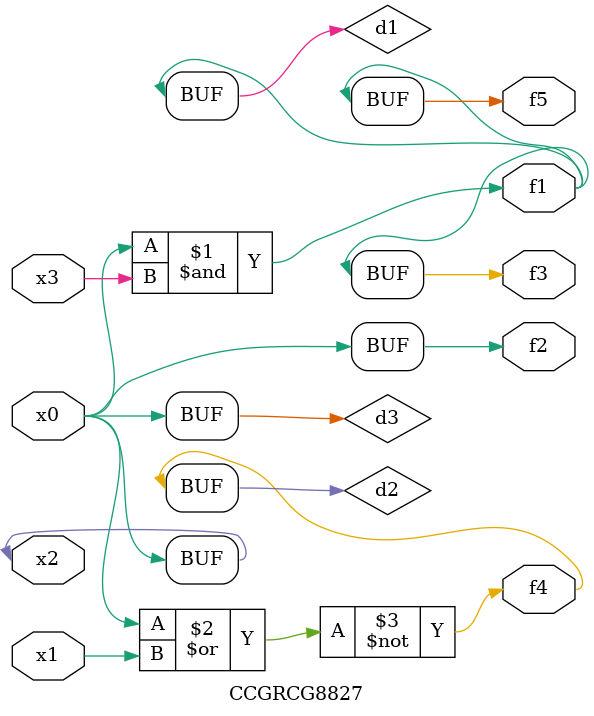
<source format=v>
module CCGRCG8827(
	input x0, x1, x2, x3,
	output f1, f2, f3, f4, f5
);

	wire d1, d2, d3;

	and (d1, x2, x3);
	nor (d2, x0, x1);
	buf (d3, x0, x2);
	assign f1 = d1;
	assign f2 = d3;
	assign f3 = d1;
	assign f4 = d2;
	assign f5 = d1;
endmodule

</source>
